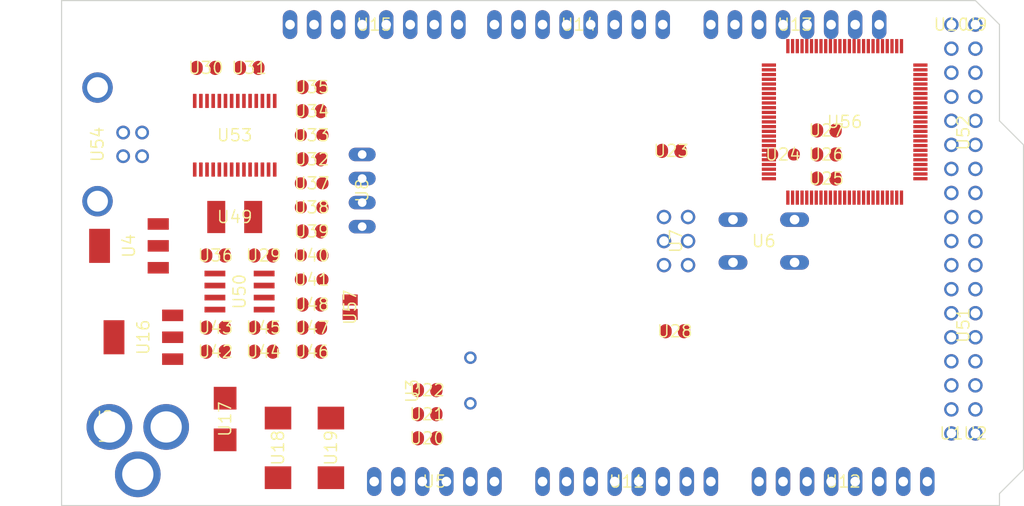
<source format=kicad_pcb>
(kicad_pcb (version 20221018) (generator pcbnew)
  (layers (0 "F.Cu" signal "Top") (31 "B.Cu" signal "Bottom") (34 "B.Paste" user) (35 "F.Paste" user) (36 "B.SilkS" user "B.Silkscreen") (37 "F.SilkS" user "F.Silkscreen") (38 "B.Mask" user) (39 "F.Mask" user) (44 "Edge.Cuts" user))
  (net 0 "")
  (net 1 "+5V")
  (net 2 "GND")
  (net 3 "N$6")
  (net 4 "N$7")
  (net 5 "AREF")
  (net 6 "RESET")
  (net 7 "VIN")
  (net 8 "N$3")
  (net 9 "PWRIN")
  (net 10 "M8RXD")
  (net 11 "M8TXD")
  (net 12 "ADC0")
  (net 13 "ADC2")
  (net 14 "ADC1")
  (net 15 "ADC3")
  (net 16 "ADC4")
  (net 17 "ADC5")
  (net 18 "ADC6")
  (net 19 "ADC7")
  (net 20 "+3V3")
  (net 21 "SDA")
  (net 22 "SCL")
  (net 23 "ADC9")
  (net 24 "ADC8")
  (net 25 "ADC10")
  (net 26 "ADC11")
  (net 27 "ADC12")
  (net 28 "ADC13")
  (net 29 "ADC14")
  (net 30 "ADC15")
  (net 31 "PB3")
  (net 32 "PB2")
  (net 33 "PB1")
  (net 34 "PB5")
  (net 35 "PB4")
  (net 36 "PE5")
  (net 37 "PE4")
  (net 38 "PE3")
  (net 39 "PE1")
  (net 40 "PE0")
  (net 41 "N$15")
  (net 42 "N$53")
  (net 43 "N$54")
  (net 44 "N$55")
  (net 45 "D-")
  (net 46 "D+")
  (net 47 "N$60")
  (net 48 "DTR")
  (net 49 "USBVCC")
  (net 50 "N$2")
  (net 51 "N$4")
  (net 52 "GATE_CMD")
  (net 53 "CMP")
  (net 54 "PB6")
  (net 55 "PH3")
  (net 56 "PH4")
  (net 57 "PH5")
  (net 58 "PH6")
  (net 59 "PG5")
  (net 60 "RXD1")
  (net 61 "TXD1")
  (net 62 "RXD2")
  (net 63 "RXD3")
  (net 64 "TXD2")
  (net 65 "TXD3")
  (net 66 "PC0")
  (net 67 "PC1")
  (net 68 "PC2")
  (net 69 "PC3")
  (net 70 "PC4")
  (net 71 "PC5")
  (net 72 "PC6")
  (net 73 "PC7")
  (net 74 "PB0")
  (net 75 "PG0")
  (net 76 "PG1")
  (net 77 "PG2")
  (net 78 "PD7")
  (net 79 "PA0")
  (net 80 "PA1")
  (net 81 "PA2")
  (net 82 "PA3")
  (net 83 "PA4")
  (net 84 "PA5")
  (net 85 "PA6")
  (net 86 "PA7")
  (net 87 "PL0")
  (net 88 "PL1")
  (net 89 "PL2")
  (net 90 "PL3")
  (net 91 "PL4")
  (net 92 "PL5")
  (net 93 "PL6")
  (net 94 "PL7")
  (net 95 "PB7")
  (net 96 "CTS")
  (net 97 "DSR")
  (net 98 "DCD")
  (net 99 "RI")
  (footprint "Arduino_MEGA_Reference_Design:2X03" (layer "F.Cu") (at 162.5981 103.7336 -90)
    (fp_text reference "U7")
    (fp_text value "")
  )
  (footprint "Arduino_MEGA_Reference_Design:1X08" (layer "F.Cu") (at 152.3111 80.8736 180)
    (fp_text reference "U14")
    (fp_text value "")
  )
  (footprint "Arduino_MEGA_Reference_Design:1X08" (layer "F.Cu") (at 130.7211 80.8736 180)
    (fp_text reference "U15")
    (fp_text value "")
  )
  (footprint "Arduino_MEGA_Reference_Design:SMC_D" (layer "F.Cu") (at 120.5611 125.5776 -90)
    (fp_text reference "U18")
    (fp_text value "")
  )
  (footprint "Arduino_MEGA_Reference_Design:SMC_D" (layer "F.Cu") (at 126.1491 125.5776 -90)
    (fp_text reference "U19")
    (fp_text value "")
  )
  (footprint "Arduino_MEGA_Reference_Design:B3F-10XX" (layer "F.Cu") (at 171.8691 103.7336 180)
    (fp_text reference "U6")
    (fp_text value "")
  )
  (footprint "Arduino_MEGA_Reference_Design:0805RND" (layer "F.Cu") (at 173.9011 94.5896 180)
    (fp_text reference "U24")
    (fp_text value "")
  )
  (footprint "Arduino_MEGA_Reference_Design:SMB" (layer "F.Cu") (at 114.9731 122.5296 -90)
    (fp_text reference "U17")
    (fp_text value "")
  )
  (footprint "Arduino_MEGA_Reference_Design:DC-21MM" (layer "F.Cu") (at 103.0351 123.2916 90)
    (fp_text reference "U55")
    (fp_text value "")
  )
  (footprint "Arduino_MEGA_Reference_Design:HC49_S" (layer "F.Cu") (at 140.8811 118.4656 90)
    (fp_text reference "U3")
    (fp_text value "")
  )
  (footprint "Arduino_MEGA_Reference_Design:SOT223" (layer "F.Cu") (at 106.3371 113.8936 90)
    (fp_text reference "U16")
    (fp_text value "")
  )
  (footprint "Arduino_MEGA_Reference_Design:1X06" (layer "F.Cu") (at 137.0711 129.1336)
    (fp_text reference "U5")
    (fp_text value "")
  )
  (footprint "Arduino_MEGA_Reference_Design:C0805RND" (layer "F.Cu") (at 124.1171 87.4776)
    (fp_text reference "U35")
    (fp_text value "")
  )
  (footprint "Arduino_MEGA_Reference_Design:C0805RND" (layer "F.Cu") (at 162.4711 113.2586)
    (fp_text reference "U28")
    (fp_text value "")
  )
  (footprint "Arduino_MEGA_Reference_Design:C0805RND" (layer "F.Cu") (at 136.3091 122.0216)
    (fp_text reference "U21")
    (fp_text value "")
  )
  (footprint "Arduino_MEGA_Reference_Design:C0805RND" (layer "F.Cu") (at 136.3091 119.4816)
    (fp_text reference "U22")
    (fp_text value "")
  )
  (footprint "Arduino_MEGA_Reference_Design:C0805RND" (layer "F.Cu") (at 113.9571 112.8776)
    (fp_text reference "U43")
    (fp_text value "")
  )
  (footprint "Arduino_MEGA_Reference_Design:RCL_0805RND" (layer "F.Cu") (at 124.1171 105.2576)
    (fp_text reference "U40")
    (fp_text value "")
  )
  (footprint "Arduino_MEGA_Reference_Design:RCL_0805RND" (layer "F.Cu") (at 124.1171 107.7976)
    (fp_text reference "U41")
    (fp_text value "")
  )
  (footprint "Arduino_MEGA_Reference_Design:1X08" (layer "F.Cu") (at 157.3911 129.1336)
    (fp_text reference "U11")
    (fp_text value "")
  )
  (footprint "Arduino_MEGA_Reference_Design:1X08" (layer "F.Cu") (at 175.1711 80.8736 180)
    (fp_text reference "U13")
    (fp_text value "")
  )
  (footprint "Arduino_MEGA_Reference_Design:R0805RND" (layer "F.Cu") (at 178.4731 94.5896 180)
    (fp_text reference "U26")
    (fp_text value "")
  )
  (footprint "Arduino_MEGA_Reference_Design:R0805RND" (layer "F.Cu") (at 178.4731 92.0496 180)
    (fp_text reference "U27")
    (fp_text value "")
  )
  (footprint "Arduino_MEGA_Reference_Design:TQFP100" (layer "F.Cu") (at 180.40896606445312 91.14759826660156 0)
    (fp_text reference "U56")
    (fp_text value "")
  )
  (footprint "Arduino_MEGA_Reference_Design:C0805RND" (layer "F.Cu") (at 162.0901 94.2086 180)
    (fp_text reference "U23")
    (fp_text value "")
  )
  (footprint "Arduino_MEGA_Reference_Design:C0805RND" (layer "F.Cu") (at 136.3091 124.5616)
    (fp_text reference "U20")
    (fp_text value "")
  )
  (footprint "Arduino_MEGA_Reference_Design:1X08" (layer "F.Cu") (at 180.2511 129.1336)
    (fp_text reference "U12")
    (fp_text value "")
  )
  (footprint "Arduino_MEGA_Reference_Design:R0805RND" (layer "F.Cu") (at 124.1171 112.8776)
    (fp_text reference "U47")
    (fp_text value "")
  )
  (footprint "Arduino_MEGA_Reference_Design:C0805RND" (layer "F.Cu") (at 124.1171 115.4176)
    (fp_text reference "U46")
    (fp_text value "")
  )
  (footprint "Arduino_MEGA_Reference_Design:C0805RND" (layer "F.Cu") (at 113.9571 105.2576)
    (fp_text reference "U36")
    (fp_text value "")
  )
  (footprint "Arduino_MEGA_Reference_Design:C0805RND" (layer "F.Cu") (at 112.9411 85.4456)
    (fp_text reference "U30")
    (fp_text value "")
  )
  (footprint "Arduino_MEGA_Reference_Design:0805RND" (layer "F.Cu") (at 124.1171 100.1776 180)
    (fp_text reference "U38")
    (fp_text value "")
  )
  (footprint "Arduino_MEGA_Reference_Design:0805RND" (layer "F.Cu") (at 124.1171 97.6376 180)
    (fp_text reference "U37")
    (fp_text value "")
  )
  (footprint "Arduino_MEGA_Reference_Design:R0805RND" (layer "F.Cu") (at 124.1171 95.0976)
    (fp_text reference "U32")
    (fp_text value "")
  )
  (footprint "Arduino_MEGA_Reference_Design:R0805RND" (layer "F.Cu") (at 124.1171 102.7176)
    (fp_text reference "U39")
    (fp_text value "")
  )
  (footprint "Arduino_MEGA_Reference_Design:SSOP28" (layer "F.Cu") (at 115.9891 92.5576)
    (fp_text reference "U53")
    (fp_text value "")
  )
  (footprint "Arduino_MEGA_Reference_Design:PN61729" (layer "F.Cu") (at 98.9584 93.5228 -90)
    (fp_text reference "U54")
    (fp_text value "")
  )
  (footprint "Arduino_MEGA_Reference_Design:L1812" (layer "F.Cu") (at 115.9891 101.1936)
    (fp_text reference "U49")
    (fp_text value "")
  )
  (footprint "Arduino_MEGA_Reference_Design:C0805RND" (layer "F.Cu") (at 117.5131 85.4456)
    (fp_text reference "U31")
    (fp_text value "")
  )
  (footprint "Arduino_MEGA_Reference_Design:0805RND" (layer "F.Cu") (at 124.1171 92.5576 180)
    (fp_text reference "U33")
    (fp_text value "")
  )
  (footprint "Arduino_MEGA_Reference_Design:R0805RND" (layer "F.Cu") (at 124.1171 90.0176 180)
    (fp_text reference "U34")
    (fp_text value "")
  )
  (footprint "Arduino_MEGA_Reference_Design:C0805RND" (layer "F.Cu") (at 124.1171 110.4392 180)
    (fp_text reference "U48")
    (fp_text value "")
  )
  (footprint "Arduino_MEGA_Reference_Design:SOT223" (layer "F.Cu") (at 104.8131 104.2416 90)
    (fp_text reference "U4")
    (fp_text value "")
  )
  (footprint "Arduino_MEGA_Reference_Design:SO08" (layer "F.Cu") (at 116.4971 109.0676 -90)
    (fp_text reference "U50")
    (fp_text value "")
  )
  (footprint "Arduino_MEGA_Reference_Design:R0805RND" (layer "F.Cu") (at 113.9571 115.4176 180)
    (fp_text reference "U42")
    (fp_text value "")
  )
  (footprint "Arduino_MEGA_Reference_Design:R0805RND" (layer "F.Cu") (at 119.0371 112.8776 180)
    (fp_text reference "U45")
    (fp_text value "")
  )
  (footprint "Arduino_MEGA_Reference_Design:C0805RND" (layer "F.Cu") (at 119.0371 115.4176 180)
    (fp_text reference "U44")
    (fp_text value "")
  )
  (footprint "Arduino_MEGA_Reference_Design:C0805RND" (layer "F.Cu") (at 119.0371 105.2576)
    (fp_text reference "U29")
    (fp_text value "")
  )
  (footprint "Arduino_MEGA_Reference_Design:2X08" (layer "F.Cu") (at 192.9511 92.3036 90)
    (fp_text reference "U52")
    (fp_text value "")
  )
  (footprint "Arduino_MEGA_Reference_Design:2X08" (layer "F.Cu") (at 192.9511 112.6236 90)
    (fp_text reference "U51")
    (fp_text value "")
  )
  (footprint "Arduino_MEGA_Reference_Design:R0805RND" (layer "F.Cu") (at 178.4731 97.1296 180)
    (fp_text reference "U25")
    (fp_text value "")
  )
  (footprint "Arduino_MEGA_Reference_Design:1X01" (layer "F.Cu") (at 191.6811 80.8736)
    (fp_text reference "U10")
    (fp_text value "")
  )
  (footprint "Arduino_MEGA_Reference_Design:1X01" (layer "F.Cu") (at 194.2211 80.8736)
    (fp_text reference "U9")
    (fp_text value "")
  )
  (footprint "Arduino_MEGA_Reference_Design:1X01" (layer "F.Cu") (at 191.6811 124.0536)
    (fp_text reference "U1")
    (fp_text value "")
  )
  (footprint "Arduino_MEGA_Reference_Design:1X01" (layer "F.Cu") (at 194.2211 124.0536)
    (fp_text reference "U2")
    (fp_text value "")
  )
  (footprint "Arduino_MEGA_Reference_Design:SJ" (layer "F.Cu") (at 128.1811 110.7186 -90)
    (fp_text reference "U57")
    (fp_text value "")
  )
  (footprint "Arduino_MEGA_Reference_Design:JP4" (layer "F.Cu") (at 129.4511 98.3996 -90)
    (fp_text reference "U8")
    (fp_text value "")
  )
  (gr_line (start 196.7611 80.8736) (end 196.7611 91.0336) (layer "Edge.Cuts") (width 0.12))
  (gr_line (start 196.7611 130.4036) (end 196.7611 131.6736) (layer "Edge.Cuts") (width 0.12))
  (gr_line (start 194.2211 78.3336) (end 196.7611 80.8736) (layer "Edge.Cuts") (width 0.12))
  (gr_line (start 97.7011 78.3336) (end 194.2211 78.3336) (layer "Edge.Cuts") (width 0.12))
  (gr_line (start 196.7611 91.0336) (end 199.3011 93.5736) (layer "Edge.Cuts") (width 0.12))
  (gr_line (start 97.7011 131.6736) (end 97.7011 78.3336) (layer "Edge.Cuts") (width 0.12))
  (gr_line (start 196.7611 131.6736) (end 97.7011 131.6736) (layer "Edge.Cuts") (width 0.12))
  (gr_line (start 199.3011 93.5736) (end 199.3011 127.8636) (layer "Edge.Cuts") (width 0.12))
  (gr_line (start 199.3011 127.8636) (end 196.7611 130.4036) (layer "Edge.Cuts") (width 0.12))
)
</source>
